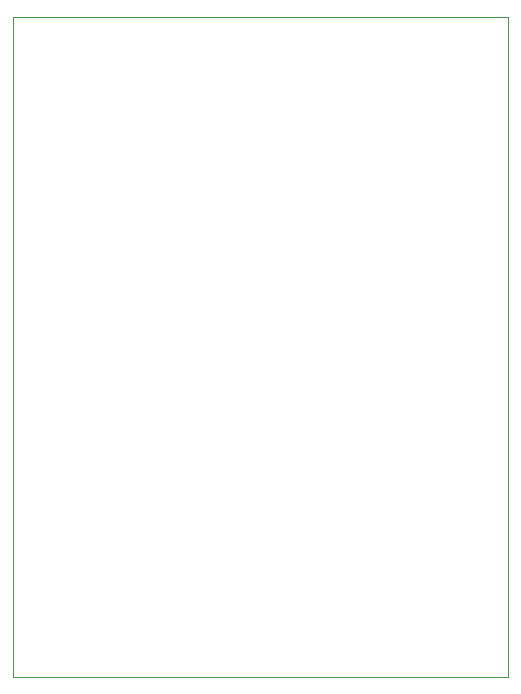
<source format=gbr>
%TF.GenerationSoftware,KiCad,Pcbnew,(5.1.10)-1*%
%TF.CreationDate,2021-10-20T12:04:41-04:00*%
%TF.ProjectId,mainboard,6d61696e-626f-4617-9264-2e6b69636164,rev?*%
%TF.SameCoordinates,Original*%
%TF.FileFunction,Profile,NP*%
%FSLAX46Y46*%
G04 Gerber Fmt 4.6, Leading zero omitted, Abs format (unit mm)*
G04 Created by KiCad (PCBNEW (5.1.10)-1) date 2021-10-20 12:04:41*
%MOMM*%
%LPD*%
G01*
G04 APERTURE LIST*
%TA.AperFunction,Profile*%
%ADD10C,0.100000*%
%TD*%
G04 APERTURE END LIST*
D10*
X87630000Y-52070000D02*
X87630000Y-107950000D01*
X129540000Y-52070000D02*
X129540000Y-71120000D01*
X87630000Y-52070000D02*
X129540000Y-52070000D01*
X129540000Y-107950000D02*
X129540000Y-96520000D01*
X87630000Y-107950000D02*
X129540000Y-107950000D01*
X129540000Y-96520000D02*
X129540000Y-71120000D01*
M02*

</source>
